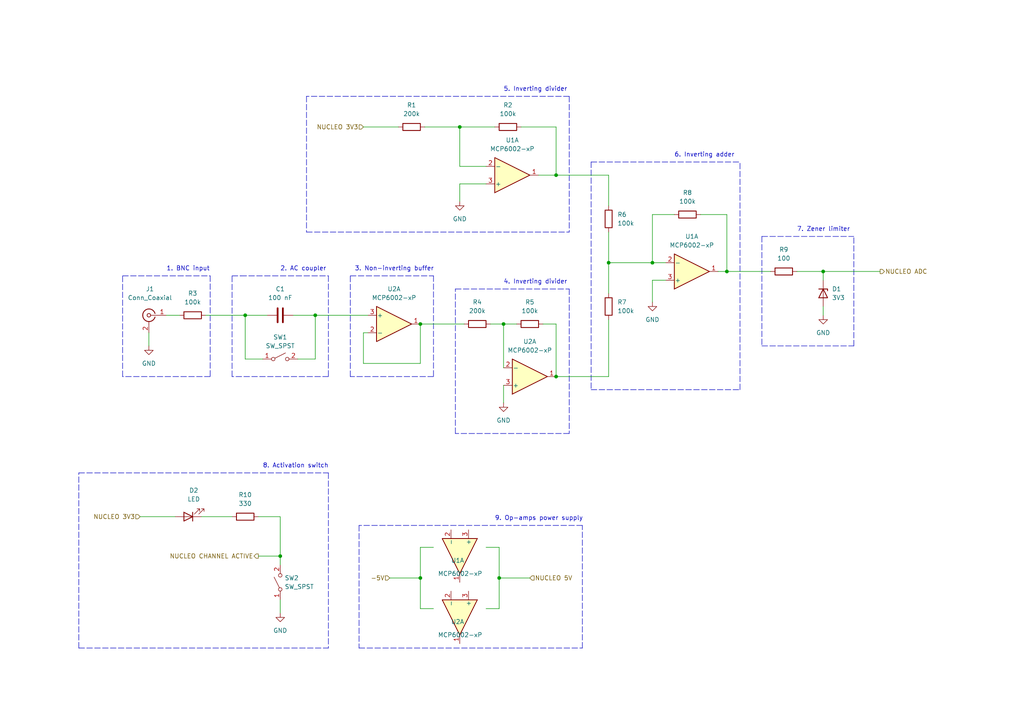
<source format=kicad_sch>
(kicad_sch (version 20211123) (generator eeschema)
  (paper "A4")
  (lib_symbols
    (symbol "Amplifier_Operational:MCP6002-xP" (pin_names (offset 0.127))
      (property "Reference" "U" (at 0 5.08 0))
      (property "Value" "MCP6002-xP" (at 0 -5.08 0))
      (symbol "MCP6002-xP_1_1"
        (polyline (pts (xy -5.08 5.08) (xy 5.08 0) (xy -5.08 -5.08) (xy -5.08 5.08)) (stroke (width 0.254)) (fill (type background)))
        (pin output line (at 7.62 0 180) (length 2.54) (name "~") (number "1"))
        (pin input line (at -7.62 -2.54 0) (length 2.54) (name "-") (number "2"))
        (pin input line (at -7.62 2.54 0) (length 2.54) (name "+") (number "3"))
      )
      (symbol "MCP6002-xP_2_1"
        (polyline (pts (xy -5.08 5.08) (xy 5.08 0) (xy -5.08 -5.08) (xy -5.08 5.08)) (stroke (width 0.254)) (fill (type background)))
        (pin input line (at -7.62 2.54 0) (length 2.54) (name "+") (number "5"))
        (pin input line (at -7.62 -2.54 0) (length 2.54) (name "-") (number "6"))
        (pin output line (at 7.62 0 180) (length 2.54) (name "~") (number "7"))
      )
      (symbol "MCP6002-xP_3_1"
        (pin power_in line (at -2.54 -7.62 90) (length 3.81) (name "V-") (number "4"))
        (pin power_in line (at -2.54 7.62 270) (length 3.81) (name "V+") (number "8"))
      )
    )
    (symbol "Connector:Conn_Coaxial" (pin_names (offset 1.016) hide)
      (property "Reference" "J" (at 0.254 3.048 0))
      (property "Value" "Conn_Coaxial" (at 2.921 0 90))
      (symbol "Conn_Coaxial_0_1"
        (arc (start -1.778 -0.508) (mid 0.222 -1.808) (end 1.778 0) (stroke (width 0.254)))
        (polyline (pts (xy -2.54 0) (xy -0.508 0)))
        (polyline (pts (xy 0 -2.54) (xy 0 -1.778)))
        (circle (center 0 0) (radius 0.508) (stroke (width 0.2032)))
        (arc (start 1.778 0) (mid 0.222 1.8083) (end -1.778 0.508) (stroke (width 0.254)))
      )
      (symbol "Conn_Coaxial_1_1"
        (pin passive line (at -5.08 0 0) (length 2.54) (name "In") (number "1"))
        (pin passive line (at 0 -5.08 90) (length 2.54) (name "Ext") (number "2"))
      )
    )
    (symbol "Device:C" (pin_numbers hide) (pin_names (offset 0.254))
      (property "Reference" "C" (at 0.635 2.54 0))
      (property "Value" "C" (at 0.635 -2.54 0))
      (symbol "C_0_1"
        (polyline (pts (xy -2.032 -0.762) (xy 2.032 -0.762)) (stroke (width 0.508)))
        (polyline (pts (xy -2.032 0.762) (xy 2.032 0.762)) (stroke (width 0.508)))
      )
      (symbol "C_1_1"
        (pin passive line (at 0 3.81 270) (length 2.794) (name "~") (number "1"))
        (pin passive line (at 0 -3.81 90) (length 2.794) (name "~") (number "2"))
      )
    )
    (symbol "Device:D_Zener" (pin_numbers hide) (pin_names (offset 1.016) hide)
      (property "Reference" "D" (at 0 2.54 0))
      (property "Value" "D_Zener" (at 0 -2.54 0))
      (symbol "D_Zener_0_1"
        (polyline (pts (xy 1.27 0) (xy -1.27 0)))
        (polyline (pts (xy -1.27 -1.27) (xy -1.27 1.27) (xy -0.762 1.27)) (stroke (width 0.254)))
        (polyline (pts (xy 1.27 -1.27) (xy 1.27 1.27) (xy -1.27 0) (xy 1.27 -1.27)) (stroke (width 0.254)))
      )
      (symbol "D_Zener_1_1"
        (pin passive line (at -3.81 0 0) (length 2.54) (name "K") (number "1"))
        (pin passive line (at 3.81 0 180) (length 2.54) (name "A") (number "2"))
      )
    )
    (symbol "Device:LED" (pin_numbers hide) (pin_names (offset 1.016) hide)
      (property "Reference" "D" (at 0 2.54 0))
      (property "Value" "LED" (at 0 -2.54 0))
      (symbol "LED_0_1"
        (polyline (pts (xy -1.27 -1.27) (xy -1.27 1.27)) (stroke (width 0.254)))
        (polyline (pts (xy -1.27 0) (xy 1.27 0)))
        (polyline (pts (xy 1.27 -1.27) (xy 1.27 1.27) (xy -1.27 0) (xy 1.27 -1.27)) (stroke (width 0.254)))
        (polyline (pts (xy -3.048 -0.762) (xy -4.572 -2.286) (xy -3.81 -2.286) (xy -4.572 -2.286) (xy -4.572 -1.524)))
        (polyline (pts (xy -1.778 -0.762) (xy -3.302 -2.286) (xy -2.54 -2.286) (xy -3.302 -2.286) (xy -3.302 -1.524)))
      )
      (symbol "LED_1_1"
        (pin passive line (at -3.81 0 0) (length 2.54) (name "K") (number "1"))
        (pin passive line (at 3.81 0 180) (length 2.54) (name "A") (number "2"))
      )
    )
    (symbol "Device:R" (pin_numbers hide) (pin_names (offset 0))
      (property "Reference" "R" (at 2.032 0 90))
      (property "Value" "R" (at 0 0 90))
      (symbol "R_0_1"
        (rectangle (start -1.016 -2.54) (end 1.016 2.54) (stroke (width 0.254)))
      )
      (symbol "R_1_1"
        (pin passive line (at 0 3.81 270) (length 1.27) (name "~") (number "1"))
        (pin passive line (at 0 -3.81 90) (length 1.27) (name "~") (number "2"))
      )
    )
    (symbol "Switch:SW_SPST" (pin_names (offset 0) hide)
      (property "Reference" "SW" (at 0 3.175 0))
      (property "Value" "SW_SPST" (at 0 -2.54 0))
      (symbol "SW_SPST_0_0"
        (circle (center -2.032 0) (radius 0.508))
        (polyline (pts (xy -1.524 0.254) (xy 1.524 1.778)))
        (circle (center 2.032 0) (radius 0.508))
      )
      (symbol "SW_SPST_1_1"
        (pin passive line (at -5.08 0 0) (length 2.54) (name "A") (number "1"))
        (pin passive line (at 5.08 0 180) (length 2.54) (name "B") (number "2"))
      )
    )
    (symbol "power:GND" (power) (pin_names (offset 0))
      (property "Value" "GND" (at 0 -3.81 0))
      (symbol "GND_0_1"
        (polyline (pts (xy 0 0) (xy 0 -1.27) (xy 1.27 -1.27) (xy 0 -2.54) (xy -1.27 -1.27) (xy 0 -1.27)))
      )
      (symbol "GND_1_1"
        (pin power_in line (at 0 0 270) (length 0) hide (name "GND") (number "1"))
      )
    )
  )
  (junction (at 133.35 36.83))
  (junction (at 121.92 167.64))
  (junction (at 161.29 50.8))
  (junction (at 121.92 93.98))
  (junction (at 81.28 161.29))
  (junction (at 238.76 78.74))
  (junction (at 144.78 167.64))
  (junction (at 189.23 76.2))
  (junction (at 91.44 91.44))
  (junction (at 71.12 91.44))
  (junction (at 146.05 93.98))
  (junction (at 161.29 109.22))
  (junction (at 176.53 76.2))
  (junction (at 210.82 78.74))
  (wire (pts (xy 176.53 92.71) (xy 176.53 109.22)))
  (polyline (pts (xy 132.08 83.82) (xy 165.1 83.82)))
  (wire (pts (xy 210.82 78.74) (xy 223.52 78.74)))
  (wire (pts (xy 121.92 176.53) (xy 125.73 176.53)))
  (polyline (pts (xy 95.25 80.01) (xy 95.25 109.22)))
  (wire (pts (xy 86.36 104.14) (xy 91.44 104.14)))
  (polyline (pts (xy 220.98 68.58) (xy 220.98 100.33)))
  (polyline (pts (xy 220.98 68.58) (xy 247.65 68.58)))
  (wire (pts (xy 238.76 78.74) (xy 255.27 78.74)))
  (wire (pts (xy 91.44 91.44) (xy 106.68 91.44)))
  (wire (pts (xy 81.28 161.29) (xy 81.28 163.83)))
  (polyline (pts (xy 60.96 80.01) (xy 60.96 109.22)))
  (wire (pts (xy 74.93 149.86) (xy 81.28 149.86)))
  (polyline (pts (xy 171.45 46.99) (xy 171.45 113.03)))
  (wire (pts (xy 238.76 88.9) (xy 238.76 91.44)))
  (polyline (pts (xy 214.63 113.03) (xy 214.63 46.99)))
  (wire (pts (xy 40.64 149.86) (xy 50.8 149.86)))
  (wire (pts (xy 113.03 167.64) (xy 121.92 167.64)))
  (wire (pts (xy 176.53 76.2) (xy 189.23 76.2)))
  (polyline (pts (xy 95.25 109.22) (xy 67.31 109.22)))
  (polyline (pts (xy 67.31 80.01) (xy 69.85 80.01)))
  (polyline (pts (xy 101.6 109.22) (xy 101.6 80.01)))
  (polyline (pts (xy 171.45 46.99) (xy 214.63 46.99)))
  (polyline (pts (xy 67.31 109.22) (xy 67.31 80.01)))
  (wire (pts (xy 146.05 111.76) (xy 146.05 116.84)))
  (polyline (pts (xy 104.14 152.4) (xy 104.14 187.96)))
  (wire (pts (xy 142.24 93.98) (xy 146.05 93.98)))
  (wire (pts (xy 59.69 91.44) (xy 71.12 91.44)))
  (polyline (pts (xy 171.45 113.03) (xy 214.63 113.03)))
  (wire (pts (xy 210.82 78.74) (xy 208.28 78.74)))
  (wire (pts (xy 210.82 78.74) (xy 210.82 62.23)))
  (wire (pts (xy 146.05 106.68) (xy 146.05 93.98)))
  (wire (pts (xy 161.29 93.98) (xy 157.48 93.98)))
  (wire (pts (xy 144.78 158.75) (xy 140.97 158.75)))
  (wire (pts (xy 121.92 93.98) (xy 121.92 105.41)))
  (polyline (pts (xy 88.9 27.94) (xy 88.9 67.31)))
  (polyline (pts (xy 69.85 80.01) (xy 95.25 80.01)))
  (wire (pts (xy 121.92 167.64) (xy 121.92 176.53)))
  (polyline (pts (xy 168.91 187.96) (xy 168.91 152.4)))
  (wire (pts (xy 105.41 36.83) (xy 115.57 36.83)))
  (wire (pts (xy 210.82 62.23) (xy 203.2 62.23)))
  (wire (pts (xy 133.35 53.34) (xy 133.35 58.42)))
  (polyline (pts (xy 165.1 83.82) (xy 165.1 125.73)))
  (polyline (pts (xy 35.56 80.01) (xy 60.96 80.01)))
  (wire (pts (xy 91.44 91.44) (xy 91.44 104.14)))
  (polyline (pts (xy 60.96 109.22) (xy 35.56 109.22)))
  (polyline (pts (xy 168.91 152.4) (xy 104.14 152.4)))
  (polyline (pts (xy 22.86 187.96) (xy 95.25 187.96)))
  (wire (pts (xy 121.92 158.75) (xy 121.92 167.64)))
  (wire (pts (xy 140.97 53.34) (xy 133.35 53.34)))
  (wire (pts (xy 189.23 81.28) (xy 189.23 87.63)))
  (wire (pts (xy 121.92 158.75) (xy 125.73 158.75)))
  (wire (pts (xy 238.76 81.28) (xy 238.76 78.74)))
  (polyline (pts (xy 95.25 137.16) (xy 95.25 187.96)))
  (wire (pts (xy 71.12 104.14) (xy 76.2 104.14)))
  (wire (pts (xy 48.26 91.44) (xy 52.07 91.44)))
  (wire (pts (xy 71.12 91.44) (xy 77.47 91.44)))
  (polyline (pts (xy 125.73 109.22) (xy 101.6 109.22)))
  (wire (pts (xy 133.35 48.26) (xy 140.97 48.26)))
  (wire (pts (xy 105.41 105.41) (xy 105.41 96.52)))
  (wire (pts (xy 161.29 93.98) (xy 161.29 109.22)))
  (polyline (pts (xy 165.1 27.94) (xy 165.1 67.31)))
  (polyline (pts (xy 22.86 187.96) (xy 22.86 137.16)))
  (wire (pts (xy 58.42 149.86) (xy 67.31 149.86)))
  (wire (pts (xy 161.29 50.8) (xy 156.21 50.8)))
  (polyline (pts (xy 165.1 27.94) (xy 88.9 27.94)))
  (wire (pts (xy 81.28 173.99) (xy 81.28 177.8)))
  (wire (pts (xy 85.09 91.44) (xy 91.44 91.44)))
  (wire (pts (xy 81.28 149.86) (xy 81.28 161.29)))
  (wire (pts (xy 161.29 50.8) (xy 161.29 36.83)))
  (polyline (pts (xy 22.86 137.16) (xy 95.25 137.16)))
  (wire (pts (xy 231.14 78.74) (xy 238.76 78.74)))
  (wire (pts (xy 105.41 96.52) (xy 106.68 96.52)))
  (wire (pts (xy 176.53 50.8) (xy 161.29 50.8)))
  (wire (pts (xy 195.58 62.23) (xy 189.23 62.23)))
  (wire (pts (xy 146.05 93.98) (xy 149.86 93.98)))
  (wire (pts (xy 176.53 67.31) (xy 176.53 76.2)))
  (polyline (pts (xy 132.08 125.73) (xy 132.08 83.82)))
  (wire (pts (xy 189.23 76.2) (xy 193.04 76.2)))
  (polyline (pts (xy 220.98 100.33) (xy 247.65 100.33)))
  (wire (pts (xy 144.78 167.64) (xy 144.78 176.53)))
  (wire (pts (xy 43.18 96.52) (xy 43.18 100.33)))
  (wire (pts (xy 176.53 59.69) (xy 176.53 50.8)))
  (wire (pts (xy 144.78 176.53) (xy 140.97 176.53)))
  (polyline (pts (xy 88.9 67.31) (xy 165.1 67.31)))
  (polyline (pts (xy 247.65 100.33) (xy 247.65 68.58)))
  (wire (pts (xy 71.12 104.14) (xy 71.12 91.44)))
  (wire (pts (xy 133.35 36.83) (xy 143.51 36.83)))
  (wire (pts (xy 176.53 109.22) (xy 161.29 109.22)))
  (wire (pts (xy 74.93 161.29) (xy 81.28 161.29)))
  (polyline (pts (xy 35.56 109.22) (xy 35.56 80.01)))
  (polyline (pts (xy 104.14 187.96) (xy 168.91 187.96)))
  (wire (pts (xy 133.35 36.83) (xy 133.35 48.26)))
  (wire (pts (xy 176.53 76.2) (xy 176.53 85.09)))
  (polyline (pts (xy 125.73 80.01) (xy 125.73 109.22)))
  (polyline (pts (xy 101.6 80.01) (xy 125.73 80.01)))
  (wire (pts (xy 121.92 93.98) (xy 134.62 93.98)))
  (wire (pts (xy 123.19 36.83) (xy 133.35 36.83)))
  (wire (pts (xy 161.29 36.83) (xy 151.13 36.83)))
  (wire (pts (xy 144.78 167.64) (xy 153.67 167.64)))
  (polyline (pts (xy 165.1 125.73) (xy 132.08 125.73)))
  (wire (pts (xy 193.04 81.28) (xy 189.23 81.28)))
  (wire (pts (xy 144.78 158.75) (xy 144.78 167.64)))
  (wire (pts (xy 189.23 62.23) (xy 189.23 76.2)))
  (wire (pts (xy 121.92 105.41) (xy 105.41 105.41)))
  (text "3. Non-inverting buffer" (at 102.87 78.74 0) (effects (font (size 1.27 1.27)) (justify left bottom)))
  (text "9. Op-amps power supply" (at 143.51 151.13 0) (effects (font (size 1.27 1.27)) (justify left bottom)))
  (text "5. Inverting divider" (at 146.05 26.67 0) (effects (font (size 1.27 1.27)) (justify left bottom)))
  (text "6. Inverting adder" (at 195.58 45.72 0) (effects (font (size 1.27 1.27)) (justify left bottom)))
  (text "2. AC coupler\n" (at 81.28 78.74 0) (effects (font (size 1.27 1.27)) (justify left bottom)))
  (text "4. Inverting divider" (at 146.05 82.55 0) (effects (font (size 1.27 1.27)) (justify left bottom)))
  (text "1. BNC input" (at 48.26 78.74 0) (effects (font (size 1.27 1.27)) (justify left bottom)))
  (text "7. Zener limiter" (at 231.14 67.31 0) (effects (font (size 1.27 1.27)) (justify left bottom)))
  (text "8. Activation switch" (at 76.2 135.89 0) (effects (font (size 1.27 1.27)) (justify left bottom)))
  (hierarchical_label "NUCLEO ADC" (shape output) (at 255.27 78.74 0))
  (hierarchical_label "NUCLEO 3V3" (shape input) (at 105.41 36.83 180))
  (hierarchical_label "NUCLEO 5V" (shape input) (at 153.67 167.64 0))
  (hierarchical_label "NUCLEO 3V3" (shape input) (at 40.64 149.86 180))
  (hierarchical_label "-5V" (shape input) (at 113.03 167.64 180))
  (hierarchical_label "NUCLEO CHANNEL ACTIVE" (shape output) (at 74.93 161.29 180))
  (symbol (lib_id "power:GND") (at 238.76 91.44 0)
    (property "Reference" "#PWR?" (effects hide))
    (property "Value" "GND" (at 238.76 96.52 0))
  )
  (symbol (lib_id "power:GND") (at 189.23 87.63 0)
    (property "Reference" "#PWR?" (effects hide))
    (property "Value" "GND" (at 189.23 92.71 0))
  )
  (symbol (lib_id "Connector:Conn_Coaxial") (at 43.18 91.44 0) (mirror y)
    (property "Reference" "J1" (at 43.4974 83.82 0))
    (property "Value" "Conn_Coaxial" (at 43.4974 86.36 0))
    (property "Datasheet" " ~" (effects hide))
  )
  (symbol (lib_id "power:GND") (at 43.18 100.33 0)
    (property "Reference" "#PWR?" (effects hide))
    (property "Value" "GND" (at 43.18 105.41 0))
  )
  (symbol (lib_id "Device:R") (at 119.38 36.83 270)
    (property "Reference" "R1" (at 119.38 30.48 90))
    (property "Value" "200k" (at 119.38 33.02 90))
  )
  (symbol (lib_id "Device:R") (at 71.12 149.86 270)
    (property "Reference" "R10" (at 71.12 143.51 90))
    (property "Value" "330" (at 71.12 146.05 90))
  )
  (symbol (lib_id "Switch:SW_SPST") (at 81.28 168.91 90)
    (property "Reference" "SW2" (at 82.55 167.6399 90) (effects (justify right)))
    (property "Value" "SW_SPST" (at 82.55 170.1799 90) (effects (justify right)))
  )
  (symbol (lib_id "Switch:SW_SPST") (at 81.28 104.14 0)
    (property "Reference" "SW1" (at 81.28 97.79 0))
    (property "Value" "SW_SPST" (at 81.28 100.33 0))
  )
  (symbol (lib_id "power:GND") (at 146.05 116.84 0)
    (property "Reference" "#PWR?" (effects hide))
    (property "Value" "GND" (at 146.05 121.92 0))
  )
  (symbol (lib_id "Device:R") (at 176.53 63.5 180)
    (property "Reference" "R6" (at 179.07 62.2299 0) (effects (justify right)))
    (property "Value" "100k" (at 179.07 64.7699 0) (effects (justify right)))
  )
  (symbol (lib_id "Amplifier_Operational:MCP6002-xP") (at 114.3 93.98 0)
    (property "Reference" "U2" (at 114.3 83.82 0))
    (property "Value" "MCP6002-xP" (at 114.3 86.36 0))
    (property "Datasheet" "http://ww1.microchip.com/downloads/en/DeviceDoc/21733j.pdf" (effects hide))
  )
  (symbol (lib_id "Device:R") (at 199.39 62.23 90)
    (property "Reference" "R8" (at 199.39 55.88 90))
    (property "Value" "100k" (at 199.39 58.42 90))
  )
  (symbol (lib_id "Amplifier_Operational:MCP6002-xP") (at 200.66 78.74 0) (mirror x)
    (property "Reference" "U1" (at 200.66 68.58 0))
    (property "Value" "MCP6002-xP" (at 200.66 71.12 0))
    (property "Datasheet" "http://ww1.microchip.com/downloads/en/DeviceDoc/21733j.pdf" (effects hide))
  )
  (symbol (lib_id "Amplifier_Operational:MCP6002-xP") (at 133.35 179.07 270)
    (property "Reference" "U2" (at 130.81 180.34 90) (effects (justify left)))
    (property "Value" "MCP6002-xP" (at 127 184.15 90) (effects (justify left)))
    (property "Datasheet" "http://ww1.microchip.com/downloads/en/DeviceDoc/21733j.pdf" (effects hide))
  )
  (symbol (lib_id "Device:R") (at 227.33 78.74 90)
    (property "Reference" "R9" (at 227.33 72.39 90))
    (property "Value" "100" (at 227.33 74.93 90))
  )
  (symbol (lib_id "Device:R") (at 176.53 88.9 180)
    (property "Reference" "R7" (at 179.07 87.6299 0) (effects (justify right)))
    (property "Value" "100k" (at 179.07 90.1699 0) (effects (justify right)))
  )
  (symbol (lib_id "Device:C") (at 81.28 91.44 90)
    (property "Reference" "C1" (at 81.28 83.82 90))
    (property "Value" "100 nF" (at 81.28 86.36 90))
  )
  (symbol (lib_id "Device:LED") (at 54.61 149.86 180)
    (property "Reference" "D2" (at 56.1975 142.24 0))
    (property "Value" "LED" (at 56.1975 144.78 0))
  )
  (symbol (lib_id "Amplifier_Operational:MCP6002-xP") (at 148.59 50.8 0) (mirror x)
    (property "Reference" "U1" (at 148.59 40.64 0))
    (property "Value" "MCP6002-xP" (at 148.59 43.18 0))
    (property "Datasheet" "http://ww1.microchip.com/downloads/en/DeviceDoc/21733j.pdf" (effects hide))
  )
  (symbol (lib_id "Device:R") (at 138.43 93.98 90)
    (property "Reference" "R4" (at 138.43 87.63 90))
    (property "Value" "200k" (at 138.43 90.17 90))
  )
  (symbol (lib_id "Device:R") (at 55.88 91.44 90)
    (property "Reference" "R3" (at 55.88 85.09 90))
    (property "Value" "100k" (at 55.88 87.63 90))
  )
  (symbol (lib_id "power:GND") (at 133.35 58.42 0)
    (property "Reference" "#PWR?" (effects hide))
    (property "Value" "GND" (at 133.35 63.5 0))
  )
  (symbol (lib_id "Device:R") (at 147.32 36.83 270)
    (property "Reference" "R2" (at 147.32 30.48 90))
    (property "Value" "100k" (at 147.32 33.02 90))
  )
  (symbol (lib_id "power:GND") (at 81.28 177.8 0)
    (property "Reference" "#PWR?" (effects hide))
    (property "Value" "GND" (at 81.28 182.88 0))
  )
  (symbol (lib_id "Amplifier_Operational:MCP6002-xP") (at 133.35 161.29 270)
    (property "Reference" "U1" (at 130.81 162.56 90) (effects (justify left)))
    (property "Value" "MCP6002-xP" (at 127 166.37 90) (effects (justify left)))
    (property "Datasheet" "http://ww1.microchip.com/downloads/en/DeviceDoc/21733j.pdf" (effects hide))
  )
  (symbol (lib_id "Device:R") (at 153.67 93.98 90)
    (property "Reference" "R5" (at 153.67 87.63 90))
    (property "Value" "100k" (at 153.67 90.17 90))
  )
  (symbol (lib_id "Device:D_Zener") (at 238.76 85.09 270)
    (property "Reference" "D1" (at 241.3 83.8199 90) (effects (justify left)))
    (property "Value" "3V3" (at 241.3 86.3599 90) (effects (justify left)))
  )
  (symbol (lib_id "Amplifier_Operational:MCP6002-xP") (at 153.67 109.22 0) (mirror x)
    (property "Reference" "U2" (at 153.67 99.06 0))
    (property "Value" "MCP6002-xP" (at 153.67 101.6 0))
    (property "Datasheet" "http://ww1.microchip.com/downloads/en/DeviceDoc/21733j.pdf" (effects hide))
  )
)
</source>
